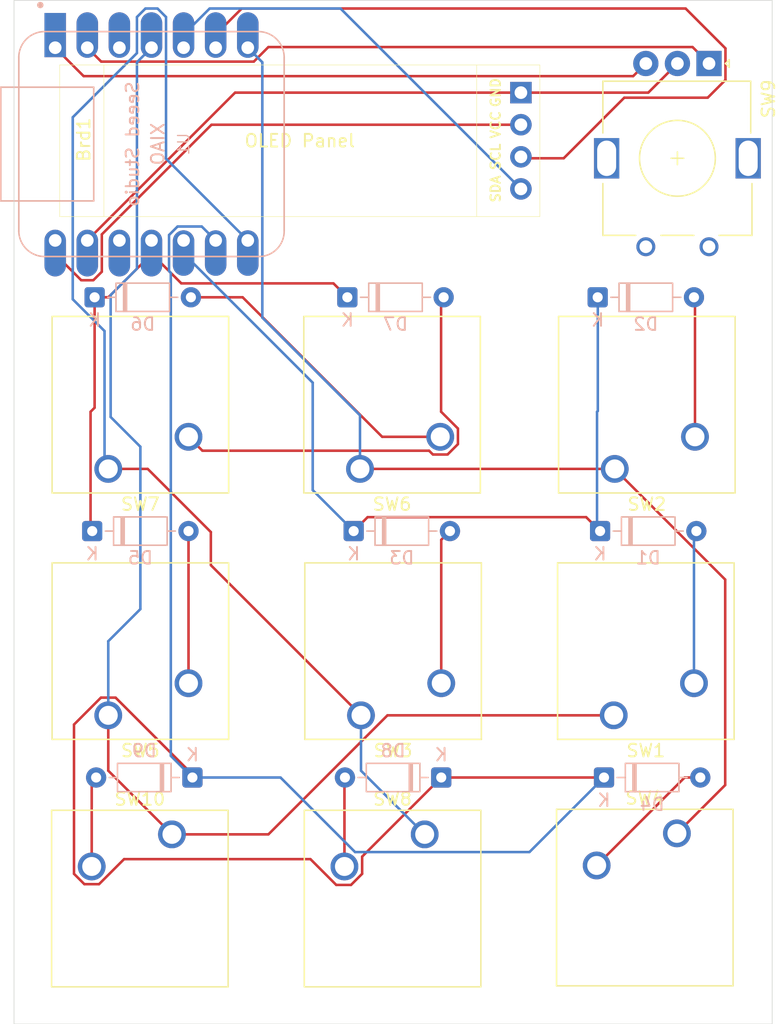
<source format=kicad_pcb>
(kicad_pcb (version 20241229) (generator "pcbnew") (generator_version "9.0")
  (layers (0 "F.Cu" signal) (2 "B.Cu" signal) (13 "F.Paste" user) (15 "B.Paste" user) (5 "F.SilkS" user "F.Silkscreen") (7 "B.SilkS" user "B.Silkscreen") (1 "F.Mask" user) (3 "B.Mask" user) (25 "Edge.Cuts" user))
  (net 0 "")
  (net 1 "VCC")
  (net 2 "GND")
  (net 3 "Net-(Brd1-SCL)")
  (net 4 "Net-(Brd1-SDA)")
  (net 5 "Net-(D1-A)")
  (net 6 "Net-(D1-K)")
  (net 7 "Net-(D2-A)")
  (net 8 "Net-(D3-A)")
  (net 9 "Net-(D4-A)")
  (net 10 "Net-(D5-K)")
  (net 11 "Net-(D5-A)")
  (net 12 "Net-(D6-A)")
  (net 13 "Net-(D7-A)")
  (net 14 "Net-(D8-A)")
  (net 15 "Net-(U1-PA11_A3_D3)")
  (net 16 "Net-(U1-PB08_A6_D6_TX)")
  (net 17 "Net-(U1-PB09_A7_D7_RX)")
  (net 18 "Net-(U1-PA02_A0_D0)")
  (net 19 "Net-(U1-PA4_A1_D1)")
  (net 21 "Net-(U1-PA10_A2_D2)")
  (net 22 "Net-(D4-K)")
  (net 23 "Net-(D9-A)")
  (footprint "Button_Switch_Keyboard:SW_Cherry_MX_1.00u_PCB" (layer "F.Cu") (at 111.88 80.58 180)
    (property "Reference" "SW6" (at -2.54 -2.794 0) (layer "F.SilkS"))
    (property "Value" "SW_Push")
    (fp_line (start 4.445 12.065) (end -9.525 12.065) (stroke (width 0.12)) (layer "F.SilkS"))
    (fp_line (start 4.445 -1.905) (end 4.445 12.065) (stroke (width 0.12)) (layer "F.SilkS"))
    (fp_line (start -9.525 12.065) (end -9.525 -1.905) (stroke (width 0.12)) (layer "F.SilkS"))
    (fp_line (start -9.525 -1.905) (end 4.445 -1.905) (stroke (width 0.12)) (layer "F.SilkS"))
    (pad "" np_thru_hole circle (at -7.62 5.08 180) (size 1.7 1.7) (drill 1.7) (layers "*.Cu" "*.Mask"))
    (pad "" np_thru_hole circle (at -2.54 5.08 180) (size 4 4) (drill 4) (layers "*.Cu" "*.Mask"))
    (pad "" np_thru_hole circle (at 2.54 5.08 180) (size 1.7 1.7) (drill 1.7) (layers "*.Cu" "*.Mask"))
    (pad "1" thru_hole circle (at 0 0 180) (size 2.2 2.2) (drill 1.5) (layers "*.Cu" "*.Mask") (net 16 "Net-(U1-PB08_A6_D6_TX)"))
    (pad "2" thru_hole circle (at -6.35 2.54 180) (size 2.2 2.2) (drill 1.5) (layers "*.Cu" "*.Mask") (net 12 "Net-(D6-A)"))
  )
  (footprint "macropad:RotaryEncoder_Alps_EC11E_Vertical_H20mm" (layer "F.Cu") (at 139.5 48.5 -90)
    (property "Reference" "SW9" (at 2.8 -4.7 90) (layer "F.SilkS"))
    (property "Value" "RotaryEncoder_Switch")
    (fp_line (start 5.5 8.4) (end 1.4 8.4) (stroke (width 0.12)) (layer "F.SilkS"))
    (fp_line (start 13.6 8.4) (end 9.5 8.4) (stroke (width 0.12)) (layer "F.SilkS"))
    (fp_line (start 13.6 5.8) (end 13.6 8.4) (stroke (width 0.12)) (layer "F.SilkS"))
    (fp_line (start 7 2.5) (end 8 2.5) (stroke (width 0.12)) (layer "F.SilkS"))
    (fp_line (start 7.5 2) (end 7.5 3) (stroke (width 0.12)) (layer "F.SilkS"))
    (fp_line (start 13.6 1.2) (end 13.6 3.8) (stroke (width 0.12)) (layer "F.SilkS"))
    (fp_line (start 0 -1.3) (end -0.3 -1.6) (stroke (width 0.12)) (layer "F.SilkS"))
    (fp_line (start -0.3 -1.6) (end 0.3 -1.6) (stroke (width 0.12)) (layer "F.SilkS"))
    (fp_line (start 0.3 -1.6) (end 0 -1.3) (stroke (width 0.12)) (layer "F.SilkS"))
    (fp_line (start 1.4 -3.3) (end 1.4 8.4) (stroke (width 0.12)) (layer "F.SilkS"))
    (fp_line (start 5.5 -3.3) (end 1.4 -3.3) (stroke (width 0.12)) (layer "F.SilkS"))
    (fp_line (start 9.5 -3.4) (end 13.6 -3.4) (stroke (width 0.12)) (layer "F.SilkS"))
    (fp_line (start 13.6 -3.4) (end 13.6 -0.8) (stroke (width 0.12)) (layer "F.SilkS"))
    (fp_circle (center 7.5 2.5) (end 10.5 2.5) (stroke (width 0.12)) (fill no) (layer "F.SilkS"))
    (pad "" thru_hole circle (at 14.5 0 270) (size 1.5 1.5) (drill 1) (layers "*.Cu" "*.Mask"))
    (pad "" thru_hole circle (at 14.5 5 270) (size 1.5 1.5) (drill 1) (layers "*.Cu" "*.Mask"))
    (pad "A" thru_hole rect (at 0 0 270) (size 2 2) (drill 1) (layers "*.Cu" "*.Mask") (net 19 "Net-(U1-PA4_A1_D1)"))
    (pad "B" thru_hole circle (at 0 5 270) (size 2 2) (drill 1) (layers "*.Cu" "*.Mask") (net 18 "Net-(U1-PA02_A0_D0)"))
    (pad "C" thru_hole circle (at 0 2.5 270) (size 2 2) (drill 1) (layers "*.Cu" "*.Mask") (net 2 "GND"))
    (pad "MP" thru_hole rect (at 7.5 -3.1 270) (size 3.2 2) (drill oval 2.8 1.5) (layers "*.Cu" "*.Mask"))
    (pad "MP" thru_hole rect (at 7.5 8.1 270) (size 3.2 2) (drill oval 2.8 1.5) (layers "*.Cu" "*.Mask"))
  )
  (footprint "Button_Switch_Keyboard:SW_Cherry_MX_1.00u_PCB" (layer "F.Cu") (at 111.96 100.08 180)
    (property "Reference" "SW3" (at -2.54 -2.794 0) (layer "F.SilkS"))
    (property "Value" "SW_Push")
    (fp_line (start 4.445 12.065) (end -9.525 12.065) (stroke (width 0.12)) (layer "F.SilkS"))
    (fp_line (start 4.445 -1.905) (end 4.445 12.065) (stroke (width 0.12)) (layer "F.SilkS"))
    (fp_line (start -9.525 12.065) (end -9.525 -1.905) (stroke (width 0.12)) (layer "F.SilkS"))
    (fp_line (start -9.525 -1.905) (end 4.445 -1.905) (stroke (width 0.12)) (layer "F.SilkS"))
    (pad "" np_thru_hole circle (at -7.62 5.08 180) (size 1.7 1.7) (drill 1.7) (layers "*.Cu" "*.Mask"))
    (pad "" np_thru_hole circle (at -2.54 5.08 180) (size 4 4) (drill 4) (layers "*.Cu" "*.Mask"))
    (pad "" np_thru_hole circle (at 2.54 5.08 180) (size 1.7 1.7) (drill 1.7) (layers "*.Cu" "*.Mask"))
    (pad "1" thru_hole circle (at 0 0 180) (size 2.2 2.2) (drill 1.5) (layers "*.Cu" "*.Mask") (net 17 "Net-(U1-PB09_A7_D7_RX)"))
    (pad "2" thru_hole circle (at -6.35 2.54 180) (size 2.2 2.2) (drill 1.5) (layers "*.Cu" "*.Mask") (net 8 "Net-(D3-A)"))
  )
  (footprint "Button_Switch_Keyboard:SW_Cherry_MX_1.00u_PCB" (layer "F.Cu") (at 131.96 100.08 180)
    (property "Reference" "SW1" (at -2.54 -2.794 0) (layer "F.SilkS"))
    (property "Value" "SW_Push")
    (fp_line (start 4.445 12.065) (end -9.525 12.065) (stroke (width 0.12)) (layer "F.SilkS"))
    (fp_line (start 4.445 -1.905) (end 4.445 12.065) (stroke (width 0.12)) (layer "F.SilkS"))
    (fp_line (start -9.525 12.065) (end -9.525 -1.905) (stroke (width 0.12)) (layer "F.SilkS"))
    (fp_line (start -9.525 -1.905) (end 4.445 -1.905) (stroke (width 0.12)) (layer "F.SilkS"))
    (pad "" np_thru_hole circle (at -7.62 5.08 180) (size 1.7 1.7) (drill 1.7) (layers "*.Cu" "*.Mask"))
    (pad "" np_thru_hole circle (at -2.54 5.08 180) (size 4 4) (drill 4) (layers "*.Cu" "*.Mask"))
    (pad "" np_thru_hole circle (at 2.54 5.08 180) (size 1.7 1.7) (drill 1.7) (layers "*.Cu" "*.Mask"))
    (pad "1" thru_hole circle (at 0 0 180) (size 2.2 2.2) (drill 1.5) (layers "*.Cu" "*.Mask") (net 15 "Net-(U1-PA11_A3_D3)"))
    (pad "2" thru_hole circle (at -6.35 2.54 180) (size 2.2 2.2) (drill 1.5) (layers "*.Cu" "*.Mask") (net 5 "Net-(D1-A)"))
  )
  (footprint "Button_Switch_Keyboard:SW_Cherry_MX_1.00u_PCB" (layer "F.Cu") (at 91.96 80.58 180)
    (property "Reference" "SW7" (at -2.54 -2.794 0) (layer "F.SilkS"))
    (property "Value" "SW_Push")
    (fp_line (start 4.445 12.065) (end -9.525 12.065) (stroke (width 0.12)) (layer "F.SilkS"))
    (fp_line (start 4.445 -1.905) (end 4.445 12.065) (stroke (width 0.12)) (layer "F.SilkS"))
    (fp_line (start -9.525 12.065) (end -9.525 -1.905) (stroke (width 0.12)) (layer "F.SilkS"))
    (fp_line (start -9.525 -1.905) (end 4.445 -1.905) (stroke (width 0.12)) (layer "F.SilkS"))
    (pad "" np_thru_hole circle (at -7.62 5.08 180) (size 1.7 1.7) (drill 1.7) (layers "*.Cu" "*.Mask"))
    (pad "" np_thru_hole circle (at -2.54 5.08 180) (size 4 4) (drill 4) (layers "*.Cu" "*.Mask"))
    (pad "" np_thru_hole circle (at 2.54 5.08 180) (size 1.7 1.7) (drill 1.7) (layers "*.Cu" "*.Mask"))
    (pad "1" thru_hole circle (at 0 0 180) (size 2.2 2.2) (drill 1.5) (layers "*.Cu" "*.Mask") (net 17 "Net-(U1-PB09_A7_D7_RX)"))
    (pad "2" thru_hole circle (at -6.35 2.54 180) (size 2.2 2.2) (drill 1.5) (layers "*.Cu" "*.Mask") (net 13 "Net-(D7-A)"))
  )
  (footprint "Button_Switch_Keyboard:SW_Cherry_MX_1.00u_PCB" (layer "F.Cu") (at 132.04 80.58 180)
    (property "Reference" "SW2" (at -2.54 -2.794 0) (layer "F.SilkS"))
    (property "Value" "SW_Push")
    (fp_line (start 4.445 12.065) (end -9.525 12.065) (stroke (width 0.12)) (layer "F.SilkS"))
    (fp_line (start 4.445 -1.905) (end 4.445 12.065) (stroke (width 0.12)) (layer "F.SilkS"))
    (fp_line (start -9.525 12.065) (end -9.525 -1.905) (stroke (width 0.12)) (layer "F.SilkS"))
    (fp_line (start -9.525 -1.905) (end 4.445 -1.905) (stroke (width 0.12)) (layer "F.SilkS"))
    (pad "" np_thru_hole circle (at -7.62 5.08 180) (size 1.7 1.7) (drill 1.7) (layers "*.Cu" "*.Mask"))
    (pad "" np_thru_hole circle (at -2.54 5.08 180) (size 4 4) (drill 4) (layers "*.Cu" "*.Mask"))
    (pad "" np_thru_hole circle (at 2.54 5.08 180) (size 1.7 1.7) (drill 1.7) (layers "*.Cu" "*.Mask"))
    (pad "1" thru_hole circle (at 0 0 180) (size 2.2 2.2) (drill 1.5) (layers "*.Cu" "*.Mask") (net 16 "Net-(U1-PB08_A6_D6_TX)"))
    (pad "2" thru_hole circle (at -6.35 2.54 180) (size 2.2 2.2) (drill 1.5) (layers "*.Cu" "*.Mask") (net 7 "Net-(D2-A)"))
  )
  (footprint "Button_Switch_Keyboard:SW_Cherry_MX_1.00u_PCB" (layer "F.Cu") (at 97 109.5)
    (property "Reference" "SW10" (at -2.54 -2.794 0) (layer "F.SilkS"))
    (property "Value" "SW_Push")
    (fp_line (start -9.525 -1.905) (end 4.445 -1.905) (stroke (width 0.12)) (layer "F.SilkS"))
    (fp_line (start -9.525 12.065) (end -9.525 -1.905) (stroke (width 0.12)) (layer "F.SilkS"))
    (fp_line (start 4.445 -1.905) (end 4.445 12.065) (stroke (width 0.12)) (layer "F.SilkS"))
    (fp_line (start 4.445 12.065) (end -9.525 12.065) (stroke (width 0.12)) (layer "F.SilkS"))
    (pad "" np_thru_hole circle (at -7.62 5.08) (size 1.7 1.7) (drill 1.7) (layers "*.Cu" "*.Mask"))
    (pad "" np_thru_hole circle (at -2.54 5.08) (size 4 4) (drill 4) (layers "*.Cu" "*.Mask"))
    (pad "" np_thru_hole circle (at 2.54 5.08) (size 1.7 1.7) (drill 1.7) (layers "*.Cu" "*.Mask"))
    (pad "1" thru_hole circle (at 0 0) (size 2.2 2.2) (drill 1.5) (layers "*.Cu" "*.Mask") (net 15 "Net-(U1-PA11_A3_D3)"))
    (pad "2" thru_hole circle (at -6.35 2.54) (size 2.2 2.2) (drill 1.5) (layers "*.Cu" "*.Mask") (net 23 "Net-(D9-A)"))
  )
  (footprint "Button_Switch_Keyboard:SW_Cherry_MX_1.00u_PCB" (layer "F.Cu") (at 117 109.5)
    (property "Reference" "SW8" (at -2.54 -2.794 0) (layer "F.SilkS"))
    (property "Value" "SW_Push")
    (fp_line (start -9.525 -1.905) (end 4.445 -1.905) (stroke (width 0.12)) (layer "F.SilkS"))
    (fp_line (start -9.525 12.065) (end -9.525 -1.905) (stroke (width 0.12)) (layer "F.SilkS"))
    (fp_line (start 4.445 -1.905) (end 4.445 12.065) (stroke (width 0.12)) (layer "F.SilkS"))
    (fp_line (start 4.445 12.065) (end -9.525 12.065) (stroke (width 0.12)) (layer "F.SilkS"))
    (pad "" np_thru_hole circle (at -7.62 5.08) (size 1.7 1.7) (drill 1.7) (layers "*.Cu" "*.Mask"))
    (pad "" np_thru_hole circle (at -2.54 5.08) (size 4 4) (drill 4) (layers "*.Cu" "*.Mask"))
    (pad "" np_thru_hole circle (at 2.54 5.08) (size 1.7 1.7) (drill 1.7) (layers "*.Cu" "*.Mask"))
    (pad "1" thru_hole circle (at 0 0) (size 2.2 2.2) (drill 1.5) (layers "*.Cu" "*.Mask") (net 17 "Net-(U1-PB09_A7_D7_RX)"))
    (pad "2" thru_hole circle (at -6.35 2.54) (size 2.2 2.2) (drill 1.5) (layers "*.Cu" "*.Mask") (net 14 "Net-(D8-A)"))
  )
  (footprint "Button_Switch_Keyboard:SW_Cherry_MX_1.00u_PCB" (layer "F.Cu") (at 136.96 109.42)
    (property "Reference" "SW4" (at -2.54 -2.794 0) (layer "F.SilkS"))
    (property "Value" "SW_Push")
    (fp_line (start -9.525 -1.905) (end 4.445 -1.905) (stroke (width 0.12)) (layer "F.SilkS"))
    (fp_line (start -9.525 12.065) (end -9.525 -1.905) (stroke (width 0.12)) (layer "F.SilkS"))
    (fp_line (start 4.445 -1.905) (end 4.445 12.065) (stroke (width 0.12)) (layer "F.SilkS"))
    (fp_line (start 4.445 12.065) (end -9.525 12.065) (stroke (width 0.12)) (layer "F.SilkS"))
    (pad "" np_thru_hole circle (at -7.62 5.08) (size 1.7 1.7) (drill 1.7) (layers "*.Cu" "*.Mask"))
    (pad "" np_thru_hole circle (at -2.54 5.08) (size 4 4) (drill 4) (layers "*.Cu" "*.Mask"))
    (pad "" np_thru_hole circle (at 2.54 5.08) (size 1.7 1.7) (drill 1.7) (layers "*.Cu" "*.Mask"))
    (pad "1" thru_hole circle (at 0 0) (size 2.2 2.2) (drill 1.5) (layers "*.Cu" "*.Mask") (net 16 "Net-(U1-PB08_A6_D6_TX)"))
    (pad "2" thru_hole circle (at -6.35 2.54) (size 2.2 2.2) (drill 1.5) (layers "*.Cu" "*.Mask") (net 9 "Net-(D4-A)"))
  )
  (footprint "macropad:SSD1306-0.91-OLED-4pin-128x32" (layer "F.Cu") (at 88.115 48.615)
    (property "Reference" "Brd1" (at 1.9 5.91 90) (layer "F.SilkS"))
    (property "Value" "SSD1306")
    (fp_line (start 0 0) (end 0 12) (stroke (width 0.04)) (layer "F.SilkS"))
    (fp_line (start 0 12) (end 38 12) (stroke (width 0.04)) (layer "F.SilkS"))
    (fp_line (start 3.5 0) (end 3.5 12) (stroke (width 0.04)) (layer "F.SilkS"))
    (fp_line (start 33 0) (end 33 12) (stroke (width 0.04)) (layer "F.SilkS"))
    (fp_line (start 38 0) (end 0 0) (stroke (width 0.04)) (layer "F.SilkS"))
    (fp_line (start 38 12) (end 38 0) (stroke (width 0.04)) (layer "F.SilkS"))
    (fp_text user "OLED Panel" (at 19 6 0) (layer "F.SilkS"))
    (fp_text user "SCL" (at 34.5 7.27 90) (layer "F.SilkS") (effects (font (size 0.75 0.75))))
    (fp_text user "GND" (at 34.5 2.19 90) (layer "F.SilkS") (effects (font (size 0.75 0.75))))
    (fp_text user "VCC" (at 34.5 4.73 90) (layer "F.SilkS") (effects (font (size 0.75 0.75))))
    (fp_text user "SDA" (at 34.5 9.81 90) (layer "F.SilkS") (effects (font (size 0.75 0.75))))
    (pad "1" thru_hole rect (at 36.5 2.19) (size 1.7 1.7) (drill 1) (layers "*.Cu" "*.Mask") (net 2 "GND"))
    (pad "2" thru_hole oval (at 36.5 4.73) (size 1.7 1.7) (drill 1) (layers "*.Cu" "*.Mask") (net 1 "VCC"))
    (pad "3" thru_hole oval (at 36.5 7.27) (size 1.7 1.7) (drill 1) (layers "*.Cu" "*.Mask") (net 3 "Net-(Brd1-SCL)"))
    (pad "4" thru_hole oval (at 36.5 9.81) (size 1.7 1.7) (drill 1) (layers "*.Cu" "*.Mask") (net 4 "Net-(Brd1-SDA)"))
  )
  (footprint "Button_Switch_Keyboard:SW_Cherry_MX_1.00u_PCB" (layer "F.Cu") (at 91.96 100.08 180)
    (property "Reference" "SW5" (at -2.54 -2.794 0) (layer "F.SilkS"))
    (property "Value" "SW_Push")
    (fp_line (start 4.445 12.065) (end -9.525 12.065) (stroke (width 0.12)) (layer "F.SilkS"))
    (fp_line (start 4.445 -1.905) (end 4.445 12.065) (stroke (width 0.12)) (layer "F.SilkS"))
    (fp_line (start -9.525 12.065) (end -9.525 -1.905) (stroke (width 0.12)) (layer "F.SilkS"))
    (fp_line (start -9.525 -1.905) (end 4.445 -1.905) (stroke (width 0.12)) (layer "F.SilkS"))
    (pad "" np_thru_hole circle (at -7.62 5.08 180) (size 1.7 1.7) (drill 1.7) (layers "*.Cu" "*.Mask"))
    (pad "" np_thru_hole circle (at -2.54 5.08 180) (size 4 4) (drill 4) (layers "*.Cu" "*.Mask"))
    (pad "" np_thru_hole circle (at 2.54 5.08 180) (size 1.7 1.7) (drill 1.7) (layers "*.Cu" "*.Mask"))
    (pad "1" thru_hole circle (at 0 0 180) (size 2.2 2.2) (drill 1.5) (layers "*.Cu" "*.Mask") (net 15 "Net-(U1-PA11_A3_D3)"))
    (pad "2" thru_hole circle (at -6.35 2.54 180) (size 2.2 2.2) (drill 1.5) (layers "*.Cu" "*.Mask") (net 11 "Net-(D5-A)"))
  )
  (footprint "Diode_THT:D_DO-35_SOD27_P7.62mm_Horizontal" (layer "B.Cu") (at 110.88 67)
    (property "Reference" "D7" (at 3.81 2.12 0) (layer "B.SilkS") (effects (justify mirror)))
    (property "Value" "1N914")
    (fp_line (start 1.04 0) (end 1.69 0) (stroke (width 0.12)) (layer "B.SilkS"))
    (fp_line (start 2.29 1.12) (end 2.29 -1.12) (stroke (width 0.12)) (layer "B.SilkS"))
    (fp_line (start 2.41 1.12) (end 2.41 -1.12) (stroke (width 0.12)) (layer "B.SilkS"))
    (fp_line (start 2.53 1.12) (end 2.53 -1.12) (stroke (width 0.12)) (layer "B.SilkS"))
    (fp_line (start 6.58 0) (end 5.93 0) (stroke (width 0.12)) (layer "B.SilkS"))
    (fp_rect (start 1.69 1.12) (end 5.93 -1.12) (stroke (width 0.12)) (fill no) (layer "B.SilkS"))
    (fp_text user "K" (at 0 1.8 0) (layer "B.SilkS") (effects (justify mirror)))
    (pad "1" thru_hole roundrect (at 0 0) (size 1.6 1.6) (drill 0.8) (layers "*.Cu" "*.Mask") (roundrect_rratio 0.15625) (net 10 "Net-(D5-K)"))
    (pad "2" thru_hole circle (at 7.62 0) (size 1.6 1.6) (drill 0.8) (layers "*.Cu" "*.Mask") (net 13 "Net-(D7-A)"))
  )
  (footprint "Diode_THT:D_DO-35_SOD27_P7.62mm_Horizontal" (layer "B.Cu") (at 111.38 85.5)
    (property "Reference" "D3" (at 3.81 2.12 0) (layer "B.SilkS") (effects (justify mirror)))
    (property "Value" "1N914")
    (fp_line (start 1.04 0) (end 1.69 0) (stroke (width 0.12)) (layer "B.SilkS"))
    (fp_line (start 2.29 1.12) (end 2.29 -1.12) (stroke (width 0.12)) (layer "B.SilkS"))
    (fp_line (start 2.41 1.12) (end 2.41 -1.12) (stroke (width 0.12)) (layer "B.SilkS"))
    (fp_line (start 2.53 1.12) (end 2.53 -1.12) (stroke (width 0.12)) (layer "B.SilkS"))
    (fp_line (start 6.58 0) (end 5.93 0) (stroke (width 0.12)) (layer "B.SilkS"))
    (fp_rect (start 1.69 1.12) (end 5.93 -1.12) (stroke (width 0.12)) (fill no) (layer "B.SilkS"))
    (fp_text user "K" (at 0 1.8 0) (layer "B.SilkS") (effects (justify mirror)))
    (pad "1" thru_hole roundrect (at 0 0) (size 1.6 1.6) (drill 0.8) (layers "*.Cu" "*.Mask") (roundrect_rratio 0.15625) (net 6 "Net-(D1-K)"))
    (pad "2" thru_hole circle (at 7.62 0) (size 1.6 1.6) (drill 0.8) (layers "*.Cu" "*.Mask") (net 8 "Net-(D3-A)"))
  )
  (footprint "Diode_THT:D_DO-35_SOD27_P7.62mm_Horizontal" (layer "B.Cu") (at 118.31 105 180)
    (property "Reference" "D8" (at 3.81 2.12 0) (layer "B.SilkS") (effects (justify mirror)))
    (property "Value" "1N914")
    (fp_line (start 6.58 0) (end 5.93 0) (stroke (width 0.12)) (layer "B.SilkS"))
    (fp_line (start 2.53 1.12) (end 2.53 -1.12) (stroke (width 0.12)) (layer "B.SilkS"))
    (fp_line (start 2.41 1.12) (end 2.41 -1.12) (stroke (width 0.12)) (layer "B.SilkS"))
    (fp_line (start 2.29 1.12) (end 2.29 -1.12) (stroke (width 0.12)) (layer "B.SilkS"))
    (fp_line (start 1.04 0) (end 1.69 0) (stroke (width 0.12)) (layer "B.SilkS"))
    (fp_rect (start 1.69 1.12) (end 5.93 -1.12) (stroke (width 0.12)) (fill no) (layer "B.SilkS"))
    (fp_text user "K" (at 0 1.8 0) (layer "B.SilkS") (effects (justify mirror)))
    (pad "1" thru_hole roundrect (at 0 0 180) (size 1.6 1.6) (drill 0.8) (layers "*.Cu" "*.Mask") (roundrect_rratio 0.15625) (net 22 "Net-(D4-K)"))
    (pad "2" thru_hole circle (at 7.62 0 180) (size 1.6 1.6) (drill 0.8) (layers "*.Cu" "*.Mask") (net 14 "Net-(D8-A)"))
  )
  (footprint "Diode_THT:D_DO-35_SOD27_P7.62mm_Horizontal" (layer "B.Cu") (at 98.62 105 180)
    (property "Reference" "D9" (at 3.81 2.12 0) (layer "B.SilkS") (effects (justify mirror)))
    (property "Value" "1N914")
    (fp_line (start 6.58 0) (end 5.93 0) (stroke (width 0.12)) (layer "B.SilkS"))
    (fp_line (start 2.53 1.12) (end 2.53 -1.12) (stroke (width 0.12)) (layer "B.SilkS"))
    (fp_line (start 2.41 1.12) (end 2.41 -1.12) (stroke (width 0.12)) (layer "B.SilkS"))
    (fp_line (start 2.29 1.12) (end 2.29 -1.12) (stroke (width 0.12)) (layer "B.SilkS"))
    (fp_line (start 1.04 0) (end 1.69 0) (stroke (width 0.12)) (layer "B.SilkS"))
    (fp_rect (start 1.69 1.12) (end 5.93 -1.12) (stroke (width 0.12)) (fill no) (layer "B.SilkS"))
    (fp_text user "K" (at 0 1.8 0) (layer "B.SilkS") (effects (justify mirror)))
    (pad "1" thru_hole roundrect (at 0 0 180) (size 1.6 1.6) (drill 0.8) (layers "*.Cu" "*.Mask") (roundrect_rratio 0.15625) (net 22 "Net-(D4-K)"))
    (pad "2" thru_hole circle (at 7.62 0 180) (size 1.6 1.6) (drill 0.8) (layers "*.Cu" "*.Mask") (net 23 "Net-(D9-A)"))
  )
  (footprint "Diode_THT:D_DO-35_SOD27_P7.62mm_Horizontal" (layer "B.Cu") (at 90.69 85.5)
    (property "Reference" "D5" (at 3.81 2.12 0) (layer "B.SilkS") (effects (justify mirror)))
    (property "Value" "1N914")
    (fp_line (start 1.04 0) (end 1.69 0) (stroke (width 0.12)) (layer "B.SilkS"))
    (fp_line (start 2.29 1.12) (end 2.29 -1.12) (stroke (width 0.12)) (layer "B.SilkS"))
    (fp_line (start 2.41 1.12) (end 2.41 -1.12) (stroke (width 0.12)) (layer "B.SilkS"))
    (fp_line (start 2.53 1.12) (end 2.53 -1.12) (stroke (width 0.12)) (layer "B.SilkS"))
    (fp_line (start 6.58 0) (end 5.93 0) (stroke (width 0.12)) (layer "B.SilkS"))
    (fp_rect (start 1.69 1.12) (end 5.93 -1.12) (stroke (width 0.12)) (fill no) (layer "B.SilkS"))
    (fp_text user "K" (at 0 1.8 0) (layer "B.SilkS") (effects (justify mirror)))
    (pad "1" thru_hole roundrect (at 0 0) (size 1.6 1.6) (drill 0.8) (layers "*.Cu" "*.Mask") (roundrect_rratio 0.15625) (net 10 "Net-(D5-K)"))
    (pad "2" thru_hole circle (at 7.62 0) (size 1.6 1.6) (drill 0.8) (layers "*.Cu" "*.Mask") (net 11 "Net-(D5-A)"))
  )
  (footprint "Diode_THT:D_DO-35_SOD27_P7.62mm_Horizontal" (layer "B.Cu") (at 131.19 105)
    (property "Reference" "D4" (at 3.81 2.12 0) (layer "B.SilkS") (effects (justify mirror)))
    (property "Value" "1N914")
    (fp_line (start 1.04 0) (end 1.69 0) (stroke (width 0.12)) (layer "B.SilkS"))
    (fp_line (start 2.29 1.12) (end 2.29 -1.12) (stroke (width 0.12)) (layer "B.SilkS"))
    (fp_line (start 2.41 1.12) (end 2.41 -1.12) (stroke (width 0.12)) (layer "B.SilkS"))
    (fp_line (start 2.53 1.12) (end 2.53 -1.12) (stroke (width 0.12)) (layer "B.SilkS"))
    (fp_line (start 6.58 0) (end 5.93 0) (stroke (width 0.12)) (layer "B.SilkS"))
    (fp_rect (start 1.69 1.12) (end 5.93 -1.12) (stroke (width 0.12)) (fill no) (layer "B.SilkS"))
    (fp_text user "K" (at 0 1.8 0) (layer "B.SilkS") (effects (justify mirror)))
    (pad "1" thru_hole roundrect (at 0 0) (size 1.6 1.6) (drill 0.8) (layers "*.Cu" "*.Mask") (roundrect_rratio 0.15625) (net 22 "Net-(D4-K)"))
    (pad "2" thru_hole circle (at 7.62 0) (size 1.6 1.6) (drill 0.8) (layers "*.Cu" "*.Mask") (net 9 "Net-(D4-A)"))
  )
  (footprint "Diode_THT:D_DO-35_SOD27_P7.62mm_Horizontal" (layer "B.Cu") (at 130.88 85.5)
    (property "Reference" "D1" (at 3.81 2.12 0) (layer "B.SilkS") (effects (justify mirror)))
    (property "Value" "1N914")
    (fp_line (start 1.04 0) (end 1.69 0) (stroke (width 0.12)) (layer "B.SilkS"))
    (fp_line (start 2.29 1.12) (end 2.29 -1.12) (stroke (width 0.12)) (layer "B.SilkS"))
    (fp_line (start 2.41 1.12) (end 2.41 -1.12) (stroke (width 0.12)) (layer "B.SilkS"))
    (fp_line (start 2.53 1.12) (end 2.53 -1.12) (stroke (width 0.12)) (layer "B.SilkS"))
    (fp_line (start 6.58 0) (end 5.93 0) (stroke (width 0.12)) (layer "B.SilkS"))
    (fp_rect (start 1.69 1.12) (end 5.93 -1.12) (stroke (width 0.12)) (fill no) (layer "B.SilkS"))
    (fp_text user "K" (at 0 1.8 0) (layer "B.SilkS") (effects (justify mirror)))
    (pad "1" thru_hole roundrect (at 0 0) (size 1.6 1.6) (drill 0.8) (layers "*.Cu" "*.Mask") (roundrect_rratio 0.15625) (net 6 "Net-(D1-K)"))
    (pad "2" thru_hole circle (at 7.62 0) (size 1.6 1.6) (drill 0.8) (layers "*.Cu" "*.Mask") (net 5 "Net-(D1-A)"))
  )
  (footprint "Diode_THT:D_DO-35_SOD27_P7.62mm_Horizontal" (layer "B.Cu") (at 130.69 67)
    (property "Reference" "D2" (at 3.81 2.12 0) (layer "B.SilkS") (effects (justify mirror)))
    (property "Value" "1N914")
    (fp_line (start 1.04 0) (end 1.69 0) (stroke (width 0.12)) (layer "B.SilkS"))
    (fp_line (start 2.29 1.12) (end 2.29 -1.12) (stroke (width 0.12)) (layer "B.SilkS"))
    (fp_line (start 2.41 1.12) (end 2.41 -1.12) (stroke (width 0.12)) (layer "B.SilkS"))
    (fp_line (start 2.53 1.12) (end 2.53 -1.12) (stroke (width 0.12)) (layer "B.SilkS"))
    (fp_line (start 6.58 0) (end 5.93 0) (stroke (width 0.12)) (layer "B.SilkS"))
    (fp_rect (start 1.69 1.12) (end 5.93 -1.12) (stroke (width 0.12)) (fill no) (layer "B.SilkS"))
    (fp_text user "K" (at 0 1.8 0) (layer "B.SilkS") (effects (justify mirror)))
    (pad "1" thru_hole roundrect (at 0 0) (size 1.6 1.6) (drill 0.8) (layers "*.Cu" "*.Mask") (roundrect_rratio 0.15625) (net 6 "Net-(D1-K)"))
    (pad "2" thru_hole circle (at 7.62 0) (size 1.6 1.6) (drill 0.8) (layers "*.Cu" "*.Mask") (net 7 "Net-(D2-A)"))
  )
  (footprint "macropad:XIAO-Generic-Hybrid-14P-2.54-21X17.8MM" (layer "B.Cu") (at 95.38 54.875 -90)
    (property "Reference" "U1" (at 0 -2.54 90) (layer "B.SilkS") (effects (font (size 0.889 0.889) (thickness 0.1016)) (justify mirror)))
    (property "Value" "MOUDLE-SEEEDUINO-XIAO" (hide yes))
    (fp_line (start -4.5 11.92403) (end 4.5 11.92403) (stroke (width 0.127)) (layer "B.SilkS"))
    (fp_line (start 4.5 11.92403) (end 4.5 4.57073) (stroke (width 0.127)) (layer "B.SilkS"))
    (fp_line (start 6.9 10.49909) (end -6.9 10.49909) (stroke (width 0.127)) (layer "B.SilkS"))
    (fp_line (start -8.9 8.5) (end -8.9 -8.5) (stroke (width 0.127)) (layer "B.SilkS"))
    (fp_line (start -4.5 4.57073) (end -4.5 11.92403) (stroke (width 0.127)) (layer "B.SilkS"))
    (fp_line (start 4.5 4.57073) (end -4.5 4.57073) (stroke (width 0.127)) (layer "B.SilkS"))
    (fp_line (start 8.9 -8.5) (end 8.9 8.5) (stroke (width 0.127)) (layer "B.SilkS"))
    (fp_line (start -6.9 -10.5) (end 6.9 -10.5) (stroke (width 0.127)) (layer "B.SilkS"))
    (fp_arc (start -6.9 10.5) (mid -8.301491 9.901491) (end -8.9 8.5) (stroke (width 0.12)) (layer "B.SilkS"))
    (fp_arc (start 8.9 8.5) (mid 8.301492 9.901492) (end 6.9 10.5) (stroke (width 0.12)) (layer "B.SilkS"))
    (fp_arc (start -8.9 -8.5) (mid -8.301423 -9.901423) (end -6.9 -10.5) (stroke (width 0.12)) (layer "B.SilkS"))
    (fp_arc (start 6.9 -10.5) (mid 8.314214 -9.914214) (end 8.9 -8.5) (stroke (width 0.12)) (layer "B.SilkS"))
    (fp_circle (center -11 8.8) (end -11 9.054) (fill yes) (layer "B.SilkS"))
    (fp_poly (pts (xy -8.887715 8.561705) (xy -8.884667 8.610473) (xy -8.880603 8.659494)) (stroke (width 0.0254)) (fill no) (layer "B.SilkS"))
    (fp_poly (pts (xy 8.889492 -8.521574) (xy 8.887713 -8.57085) (xy 8.884665 -8.619618) (xy 8.880601 -8.668639) (xy 8.875268 -8.717407) (xy 8.868664 -8.766175) (xy 8.861044 -8.81469) (xy 8.852153 -8.86295) (xy 8.842248 -8.910955)) (stroke (width 0.0254)) (fill no) (layer "B.SilkS"))
    (fp_text user "Seeed Studio" (at 0 1.5 90) (layer "B.SilkS") (effects (justify mirror)))
    (fp_text user "XIAO" (at 0 -0.5 90) (layer "B.SilkS") (effects (justify mirror)))
    (pad "1" thru_hole rect (at -7.625 7.62 270) (size 3.5 1.7) (drill 1 (offset -1 0)) (layers "*.Cu" "*.Mask") (net 18 "Net-(U1-PA02_A0_D0)"))
    (pad "2" thru_hole oval (at -7.625 5.08 270) (size 3.6 1.7) (drill 1 (offset -1 0)) (layers "*.Cu" "*.Mask") (net 19 "Net-(U1-PA4_A1_D1)"))
    (pad "3" thru_hole oval (at -7.625 2.54 270) (size 3.6 1.7) (drill 1 (offset -1 0)) (layers "*.Cu" "*.Mask") (net 21 "Net-(U1-PA10_A2_D2)"))
    (pad "4" thru_hole oval (at -7.625 0 270) (size 3.6 1.7) (drill 1 (offset -1 0)) (layers "*.Cu" "*.Mask") (net 15 "Net-(U1-PA11_A3_D3)"))
    (pad "5" thru_hole oval (at -7.625 -2.54 270) (size 3.6 1.7) (drill 1 (offset -1 0)) (layers "*.Cu" "*.Mask") (net 4 "Net-(Brd1-SDA)"))
    (pad "6" thru_hole oval (at -7.625 -5.08 90) (size 3.6 1.7) (drill 1 (offset 1 0)) (layers "*.Cu" "*.Mask") (net 3 "Net-(Brd1-SCL)"))
    (pad "7" thru_hole oval (at -7.625 -7.62 270) (size 3.6 1.7) (drill 1 (offset -1 0)) (layers "*.Cu" "*.Mask") (net 16 "Net-(U1-PB08_A6_D6_TX)"))
    (pad "8" thru_hole oval (at 7.625 -7.62 270) (size 3.6 1.7) (drill 1 (offset 1 0)) (layers "*.Cu" "*.Mask") (net 17 "Net-(U1-PB09_A7_D7_RX)"))
    (pad "9" thru_hole oval (at 7.625 -5.08 270) (size 3.6 1.7) (drill 1 (offset 1 0)) (layers "*.Cu" "*.Mask") (net 22 "Net-(D4-K)"))
    (pad "10" thru_hole oval (at 7.625 -2.54 270) (size 3.6 1.7) (drill 1 (offset 1 0)) (layers "*.Cu" "*.Mask") (net 6 "Net-(D1-K)"))
    (pad "11" thru_hole oval (at 7.625 0 270) (size 3.7 1.7) (drill 1 (offset 1 0)) (layers "*.Cu" "*.Mask") (net 10 "Net-(D5-K)"))
    (pad "12" thru_hole oval (at 7.625 2.54 270) (size 3.7 1.7) (drill 1 (offset 1 0)) (layers "*.Cu" "*.Mask"))
    (pad "13" thru_hole oval (at 7.625 5.08 270) (size 3.7 1.7) (drill 1 (offset 1 0)) (layers "*.Cu" "*.Mask") (net 2 "GND"))
    (pad "14" thru_hole oval (at 7.625 7.62 270) (size 3.7 1.7) (drill 1 (offset 1 0)) (layers "*.Cu" "*.Mask") (net 1 "VCC"))
  )
  (footprint "Diode_THT:D_DO-35_SOD27_P7.62mm_Horizontal" (layer "B.Cu") (at 90.88 67)
    (property "Reference" "D6" (at 3.81 2.12 0) (layer "B.SilkS") (effects (justify mirror)))
    (property "Value" "1N914")
    (fp_line (start 1.04 0) (end 1.69 0) (stroke (width 0.12)) (layer "B.SilkS"))
    (fp_line (start 2.29 1.12) (end 2.29 -1.12) (stroke (width 0.12)) (layer "B.SilkS"))
    (fp_line (start 2.41 1.12) (end 2.41 -1.12) (stroke (width 0.12)) (layer "B.SilkS"))
    (fp_line (start 2.53 1.12) (end 2.53 -1.12) (stroke (width 0.12)) (layer "B.SilkS"))
    (fp_line (start 6.58 0) (end 5.93 0) (stroke (width 0.12)) (layer "B.SilkS"))
    (fp_rect (start 1.69 1.12) (end 5.93 -1.12) (stroke (width 0.12)) (fill no) (layer "B.SilkS"))
    (fp_text user "K" (at 0 1.8 0) (layer "B.SilkS") (effects (justify mirror)))
    (pad "1" thru_hole roundrect (at 0 0) (size 1.6 1.6) (drill 0.8) (layers "*.Cu" "*.Mask") (roundrect_rratio 0.15625) (net 10 "Net-(D5-K)"))
    (pad "2" thru_hole circle (at 7.62 0) (size 1.6 1.6) (drill 0.8) (layers "*.Cu" "*.Mask") (net 12 "Net-(D6-A)"))
  )
  (gr_rect (start 84.5 43.5) (end 144.5 124.5) (stroke (width 0.05)) (fill no) (layer "Edge.Cuts"))
  (segment (start 91.451 64.97676) (end 90.77676 65.651) (width 0.2) (layer "F.Cu") (net 1))
  (segment (start 91.451 62.02324) (end 91.451 64.97676) (width 0.2) (layer "F.Cu") (net 1))
  (segment (start 100.12924 53.345) (end 91.451 62.02324) (width 0.2) (layer "F.Cu") (net 1))
  (segment (start 89.82324 65.651) (end 87.76 63.58776) (width 0.2) (layer "F.Cu") (net 1))
  (segment (start 87.76 63.58776) (end 87.76 62.5) (width 0.2) (layer "F.Cu") (net 1))
  (segment (start 90.77676 65.651) (end 89.82324 65.651) (width 0.2) (layer "F.Cu") (net 1))
  (segment (start 124.615 53.345) (end 100.12924 53.345) (width 0.2) (layer "F.Cu") (net 1))
  (segment (start 134.695 50.805) (end 124.615 50.805) (width 0.2) (layer "F.Cu") (net 2))
  (segment (start 101.995 50.805) (end 90.3 62.5) (width 0.2) (layer "F.Cu") (net 2))
  (segment (start 124.615 50.805) (end 101.995 50.805) (width 0.2) (layer "F.Cu") (net 2))
  (segment (start 137 48.5) (end 134.695 50.805) (width 0.2) (layer "F.Cu") (net 2))
  (segment (start 137.649 44.149) (end 102.52324 44.149) (width 0.2) (layer "F.Cu") (net 3))
  (segment (start 124.73 56) (end 128 56) (width 0.2) (layer "F.Cu") (net 3))
  (segment (start 124.615 55.885) (end 124.73 56) (width 0.2) (layer "F.Cu") (net 3))
  (segment (start 102.52324 44.149) (end 100.46 46.21224) (width 0.2) (layer "F.Cu") (net 3))
  (segment (start 100.46 46.21224) (end 100.46 47.25) (width 0.2) (layer "F.Cu") (net 3))
  (segment (start 128 56) (end 132.794 51.206) (width 0.2) (layer "F.Cu") (net 3))
  (segment (start 140.801 47.301) (end 137.649 44.149) (width 0.2) (layer "F.Cu") (net 3))
  (segment (start 139.396 51.206) (end 140.801 49.801) (width 0.2) (layer "F.Cu") (net 3))
  (segment (start 140.801 49.801) (end 140.801 47.301) (width 0.2) (layer "F.Cu") (net 3))
  (segment (start 132.794 51.206) (end 139.396 51.206) (width 0.2) (layer "F.Cu") (net 3))
  (segment (start 110.339 44.149) (end 99.98324 44.149) (width 0.2) (layer "B.Cu") (net 4))
  (segment (start 99.98324 44.149) (end 97.92 46.21224) (width 0.2) (layer "B.Cu") (net 4))
  (segment (start 97.92 46.21224) (end 97.92 47.25) (width 0.2) (layer "B.Cu") (net 4))
  (segment (start 124.615 58.425) (end 110.339 44.149) (width 0.2) (layer "B.Cu") (net 4))
  (segment (start 138.5 85.5) (end 138.31 85.69) (width 0.2) (layer "B.Cu") (net 5))
  (segment (start 138.31 85.69) (end 138.31 97.54) (width 0.2) (layer "B.Cu") (net 5))
  (segment (start 112.481 84.399) (end 111.38 85.5) (width 0.2) (layer "F.Cu") (net 6))
  (segment (start 130.88 85.5) (end 129.779 84.399) (width 0.2) (layer "F.Cu") (net 6))
  (segment (start 129.779 84.399) (end 112.481 84.399) (width 0.2) (layer "F.Cu") (net 6))
  (segment (start 111.38 85.5) (end 108.139 82.259) (width 0.2) (layer "B.Cu") (net 6))
  (segment (start 130.639 85.259) (end 130.639 76.05947) (width 0.2) (layer "B.Cu") (net 6))
  (segment (start 130.88 85.5) (end 130.639 85.259) (width 0.2) (layer "B.Cu") (net 6))
  (segment (start 97.92 63.53776) (end 97.92 62.5) (width 0.2) (layer "B.Cu") (net 6))
  (segment (start 130.639 76.05947) (end 130.701 75.99747) (width 0.2) (layer "B.Cu") (net 6))
  (segment (start 130.701 75.99747) (end 130.701 67.011) (width 0.2) (layer "B.Cu") (net 6))
  (segment (start 108.139 73.75676) (end 97.92 63.53776) (width 0.2) (layer "B.Cu") (net 6))
  (segment (start 108.139 82.259) (end 108.139 73.75676) (width 0.2) (layer "B.Cu") (net 6))
  (segment (start 130.701 67.011) (end 130.69 67) (width 0.2) (layer "B.Cu") (net 6))
  (segment (start 138.39 78.04) (end 138.39 67.08) (width 0.2) (layer "F.Cu") (net 7))
  (segment (start 138.39 67.08) (end 138.31 67) (width 0.2) (layer "F.Cu") (net 7))
  (segment (start 118.31 97.54) (end 118.31 86.19) (width 0.2) (layer "F.Cu") (net 8))
  (segment (start 118.31 86.19) (end 119 85.5) (width 0.2) (layer "F.Cu") (net 8))
  (segment (start 130.61 111.96) (end 137.57 105) (width 0.2) (layer "F.Cu") (net 9))
  (segment (start 137.57 105) (end 138.81 105) (width 0.2) (layer "F.Cu") (net 9))
  (segment (start 90.69 85.5) (end 90.559235 85.369235) (width 0.2) (layer "F.Cu") (net 10))
  (segment (start 90.88 75.73847) (end 90.88 67) (width 0.2) (layer "F.Cu") (net 10))
  (segment (start 90.559235 76.059235) (end 90.88 75.73847) (width 0.2) (layer "F.Cu") (net 10))
  (segment (start 95.38 63.53776) (end 95.38 62.5) (width 0.2) (layer "F.Cu") (net 10))
  (segment (start 97.74124 65.899) (end 95.38 63.53776) (width 0.2) (layer "F.Cu") (net 10))
  (segment (start 95.38 63.58776) (end 95.38 62.5) (width 0.2) (layer "F.Cu") (net 10))
  (segment (start 109.779 65.899) (end 97.74124 65.899) (width 0.2) (layer "F.Cu") (net 10))
  (segment (start 90.559235 85.369235) (end 90.559235 76.059235) (width 0.2) (layer "F.Cu") (net 10))
  (segment (start 110.88 67) (end 109.779 65.899) (width 0.2) (layer "F.Cu") (net 10))
  (segment (start 90.88 67) (end 91.96776 67) (width 0.2) (layer "F.Cu") (net 10))
  (segment (start 91.96776 67) (end 95.38 63.58776) (width 0.2) (layer "F.Cu") (net 10))
  (segment (start 98.31 85.5) (end 98.31 97.54) (width 0.2) (layer "F.Cu") (net 11))
  (segment (start 113.635184 78.04) (end 102.595184 67) (width 0.2) (layer "F.Cu") (net 12))
  (segment (start 102.595184 67) (end 98.5 67) (width 0.2) (layer "F.Cu") (net 12))
  (segment (start 118.23 78.04) (end 113.635184 78.04) (width 0.2) (layer "F.Cu") (net 12))
  (segment (start 118.299 67.201) (end 118.5 67) (width 0.2) (layer "F.Cu") (net 13))
  (segment (start 118.810314 79.441) (end 119.631 78.620314) (width 0.2) (layer "F.Cu") (net 13))
  (segment (start 118.299 76.054184) (end 118.299 67.201) (width 0.2) (layer "F.Cu") (net 13))
  (segment (start 117.649686 79.441) (end 118.810314 79.441) (width 0.2) (layer "F.Cu") (net 13))
  (segment (start 99.409999 79.139999) (end 117.348685 79.139999) (width 0.2) (layer "F.Cu") (net 13))
  (segment (start 119.631 78.620314) (end 119.631 77.386184) (width 0.2) (layer "F.Cu") (net 13))
  (segment (start 119.631 77.386184) (end 118.299 76.054184) (width 0.2) (layer "F.Cu") (net 13))
  (segment (start 117.348685 79.139999) (end 117.649686 79.441) (width 0.2) (layer "F.Cu") (net 13))
  (segment (start 98.31 78.04) (end 99.409999 79.139999) (width 0.2) (layer "F.Cu") (net 13))
  (segment (start 110.65 105.04) (end 110.69 105) (width 0.2) (layer "F.Cu") (net 14))
  (segment (start 110.65 112.04) (end 110.65 105.04) (width 0.2) (layer "F.Cu") (net 14))
  (segment (start 91.96 104.46) (end 91.96 100.08) (width 0.2) (layer "F.Cu") (net 15))
  (segment (start 104.63295 109.5) (end 114.05295 100.08) (width 0.2) (layer "F.Cu") (net 15))
  (segment (start 114.05295 100.08) (end 131.96 100.08) (width 0.2) (layer "F.Cu") (net 15))
  (segment (start 97 109.5) (end 104.63295 109.5) (width 0.2) (layer "F.Cu") (net 15))
  (segment (start 97 109.5) (end 91.96 104.46) (width 0.2) (layer "F.Cu") (net 15))
  (segment (start 94.5 78.824816) (end 92.149 76.473816) (width 0.2) (layer "B.Cu") (net 15))
  (segment (start 94.229 48.401) (end 95.38 47.25) (width 0.2) (layer "B.Cu") (net 15))
  (segment (start 91.96 100.08) (end 91.96 94.215184) (width 0.2) (layer "B.Cu") (net 15))
  (segment (start 92.149 66.81876) (end 94.229 64.73876) (width 0.2) (layer "B.Cu") (net 15))
  (segment (start 94.229 64.73876) (end 94.229 48.401) (width 0.2) (layer "B.Cu") (net 15))
  (segment (start 91.96 94.215184) (end 94.5 91.675184) (width 0.2) (layer "B.Cu") (net 15))
  (segment (start 94.5 91.675184) (end 94.5 78.824816) (width 0.2) (layer "B.Cu") (net 15))
  (segment (start 92.149 76.473816) (end 92.149 66.81876) (width 0.2) (layer "B.Cu") (net 15))
  (segment (start 140.781 89.33805) (end 132.04 80.59705) (width 0.2) (layer "F.Cu") (net 16))
  (segment (start 132.04 80.59705) (end 132.04 80.58) (width 0.2) (layer "F.Cu") (net 16))
  (segment (start 132.04 80.58) (end 111.88 80.58) (width 0.2) (layer "F.Cu") (net 16))
  (segment (start 136.96 109.42) (end 140.781 105.599) (width 0.2) (layer "F.Cu") (net 16))
  (segment (start 140.781 105.599) (end 140.781 89.33805) (width 0.2) (layer "F.Cu") (net 16))
  (segment (start 111.88 76.34153) (end 104.151 68.61253) (width 0.2) (layer "B.Cu") (net 16))
  (segment (start 111.88 80.58) (end 111.88 76.34153) (width 0.2) (layer "B.Cu") (net 16))
  (segment (start 104.151 48.401) (end 103 47.25) (width 0.2) (layer "B.Cu") (net 16))
  (segment (start 104.151 68.61253) (end 104.151 48.401) (width 0.2) (layer "B.Cu") (net 16))
  (segment (start 100.07747 85.57747) (end 95.08 80.58) (width 0.2) (layer "F.Cu") (net 17))
  (segment (start 100.07747 88.19747) (end 100.07747 85.57747) (width 0.2) (layer "F.Cu") (net 17))
  (segment (start 111.96 100.08) (end 100.07747 88.19747) (width 0.2) (layer "F.Cu") (net 17))
  (segment (start 95.08 80.58) (end 91.96 80.58) (width 0.2) (layer "F.Cu") (net 17))
  (segment (start 95.85676 44.149) (end 96.531 44.82324) (width 0.2) (layer "B.Cu") (net 17))
  (segment (start 91.96 80.58) (end 91.66516 80.28516) (width 0.2) (layer "B.Cu") (net 17))
  (segment (start 111.96 104.46) (end 111.96 100.08) (width 0.2) (layer "B.Cu") (net 17))
  (segment (start 94.90324 44.149) (end 95.85676 44.149) (width 0.2) (layer "B.Cu") (net 17))
  (segment (start 94.229 44.82324) (end 94.90324 44.149) (width 0.2) (layer "B.Cu") (net 17))
  (segment (start 96.531 56.031) (end 103 62.5) (width 0.2) (layer "B.Cu") (net 17))
  (segment (start 89.149 52.75676) (end 94.229 47.67676) (width 0.2) (layer "B.Cu") (net 17))
  (segment (start 91.66516 69.67132) (end 89.149 67.15516) (width 0.2) (layer "B.Cu") (net 17))
  (segment (start 117 109.5) (end 111.96 104.46) (width 0.2) (layer "B.Cu") (net 17))
  (segment (start 89.149 67.15516) (end 89.149 52.75676) (width 0.2) (layer "B.Cu") (net 17))
  (segment (start 91.66516 80.28516) (end 91.66516 69.67132) (width 0.2) (layer "B.Cu") (net 17))
  (segment (start 94.229 47.67676) (end 94.229 44.82324) (width 0.2) (layer "B.Cu") (net 17))
  (segment (start 96.531 44.82324) (end 96.531 56.031) (width 0.2) (layer "B.Cu") (net 17))
  (segment (start 134.5 48.5) (end 133.5 49.5) (width 0.2) (layer "F.Cu") (net 18))
  (segment (start 133.5 49.5) (end 90.01 49.5) (width 0.2) (layer "F.Cu") (net 18))
  (segment (start 90.01 49.5) (end 87.76 47.25) (width 0.2) (layer "F.Cu") (net 18))
  (segment (start 138.199 47.199) (end 104.62876 47.199) (width 0.2) (layer "F.Cu") (net 19))
  (segment (start 139.5 48.5) (end 138.199 47.199) (width 0.2) (layer "F.Cu") (net 19))
  (segment (start 103.47676 48.351) (end 91.401 48.351) (width 0.2) (layer "F.Cu") (net 19))
  (segment (start 104.62876 47.199) (end 103.47676 48.351) (width 0.2) (layer "F.Cu") (net 19))
  (segment (start 91.401 48.351) (end 90.3 47.25) (width 0.2) (layer "F.Cu") (net 19))
  (segment (start 112.051 112.620314) (end 111.171314 113.5) (width 0.2) (layer "F.Cu") (net 22))
  (segment (start 110 113.5) (end 107.959686 111.459686) (width 0.2) (layer "F.Cu") (net 22))
  (segment (start 112.051 111.259) (end 112.051 112.620314) (width 0.2) (layer "F.Cu") (net 22))
  (segment (start 89.249 112.620314) (end 89.249 100.809686) (width 0.2) (layer "F.Cu") (net 22))
  (segment (start 93.211628 111.459686) (end 91.230314 113.441) (width 0.2) (layer "F.Cu") (net 22))
  (segment (start 118.31 105) (end 112.051 111.259) (width 0.2) (layer "F.Cu") (net 22))
  (segment (start 118.31 105) (end 131.19 105) (width 0.2) (layer "F.Cu") (net 22))
  (segment (start 91.379686 98.679) (end 92.540314 98.679) (width 0.2) (layer "F.Cu") (net 22))
  (segment (start 90.069686 113.441) (end 89.249 112.620314) (width 0.2) (layer "F.Cu") (net 22))
  (segment (start 111.171314 113.5) (end 110 113.5) (width 0.2) (layer "F.Cu") (net 22))
  (segment (start 98.62 104.758686) (end 98.62 105) (width 0.2) (layer "F.Cu") (net 22))
  (segment (start 107.959686 111.459686) (end 93.211628 111.459686) (width 0.2) (layer "F.Cu") (net 22))
  (segment (start 89.249 100.809686) (end 91.379686 98.679) (width 0.2) (layer "F.Cu") (net 22))
  (segment (start 91.230314 113.441) (end 90.069686 113.441) (width 0.2) (layer "F.Cu") (net 22))
  (segment (start 92.540314 98.679) (end 98.62 104.758686) (width 0.2) (layer "F.Cu") (net 22))
  (segment (start 105.591314 105) (end 98.62 105) (width 0.2) (layer "B.Cu") (net 22))
  (segment (start 96.769 64.92676) (end 96.769 62.07324) (width 0.2) (layer "B.Cu") (net 22))
  (segment (start 97.44324 61.399) (end 99.359 61.399) (width 0.2) (layer "B.Cu") (net 22))
  (segment (start 125.289 110.901) (end 111.492314 110.901) (width 0.2) (layer "B.Cu") (net 22))
  (segment (start 96.909 65.06676) (end 96.769 64.92676) (width 0.2) (layer "B.Cu") (net 22))
  (segment (start 111.492314 110.901) (end 105.591314 105) (width 0.2) (layer "B.Cu") (net 22))
  (segment (start 96.769 62.07324) (end 97.44324 61.399) (width 0.2) (layer "B.Cu") (net 22))
  (segment (start 96.909 103.289) (end 96.909 65.06676) (width 0.2) (layer "B.Cu") (net 22))
  (segment (start 98.62 105) (end 96.909 103.289) (width 0.2) (layer "B.Cu") (net 22))
  (segment (start 131.19 105) (end 125.289 110.901) (width 0.2) (layer "B.Cu") (net 22))
  (segment (start 99.359 61.399) (end 100.46 62.5) (width 0.2) (layer "B.Cu") (net 22))
  (segment (start 90.65 112.04) (end 90.65 105.35) (width 0.2) (layer "F.Cu") (net 23))
  (segment (start 90.65 105.35) (end 91 105) (width 0.2) (layer "F.Cu") (net 23))
)
</source>
